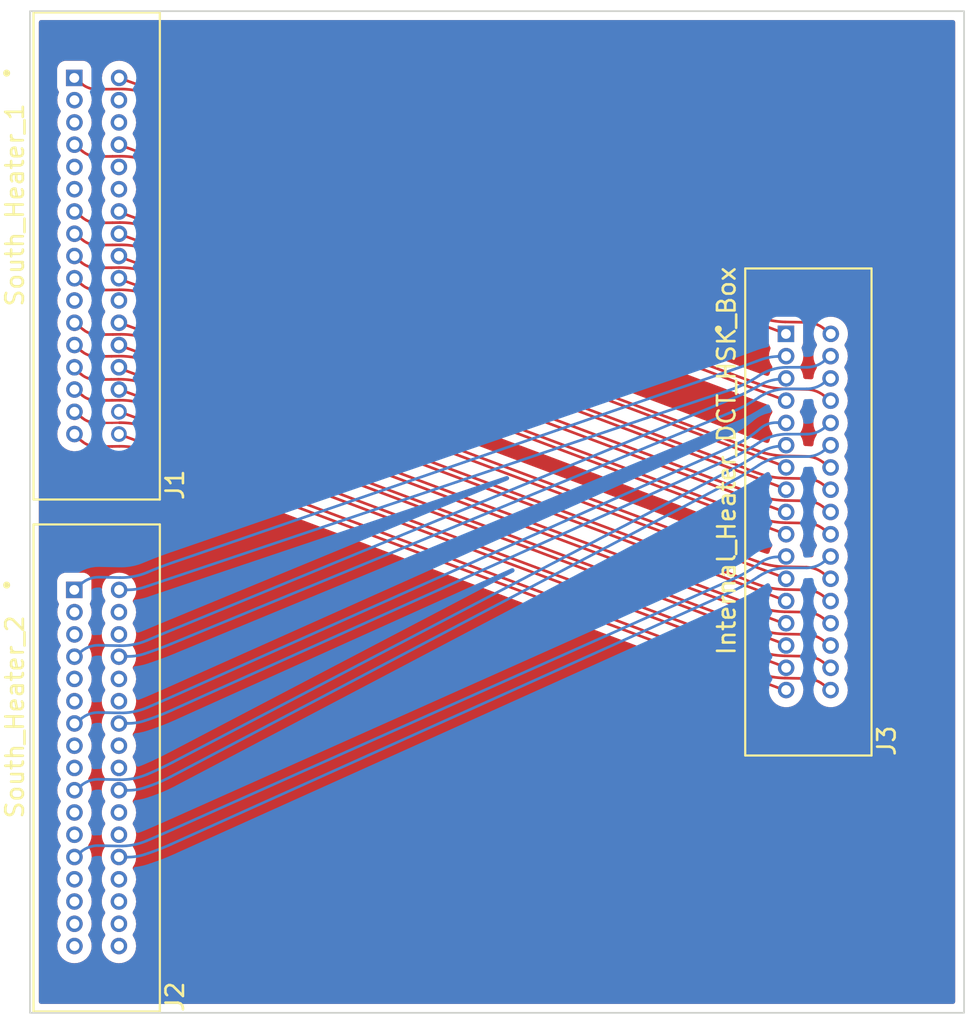
<source format=kicad_pcb>
(kicad_pcb (version 20211014) (generator pcbnew)
  (title_block (company "The Ohio State University"))
  (layers (0 "F.Cu" signal) (31 "B.Cu" signal) (34 "B.Paste" user) (35 "F.Paste" user) (36 "B.SilkS" user "B.Silkscreen") (37 "F.SilkS" user "F.Silkscreen") (38 "B.Mask" user) (39 "F.Mask" user) (44 "Edge.Cuts" user))
  (net 0 "")
  (net 1 "/HB_1")
  (net 2 "/HB_2")
  (net 7 "/HB_7")
  (net 8 "/HB_8")
  (net 13 "/HB_13")
  (net 14 "/HB_14")
  (net 15 "/HB_16")
  (net 16 "/HB_17")
  (net 17 "/HB_18")
  (net 18 "/HB_19")
  (net 19 "/HB_20")
  (net 22 "/HB_23")
  (net 23 "/HB_24")
  (net 24 "/HB_25")
  (net 25 "/HB_26")
  (net 26 "/HB_27")
  (net 27 "/HB_28")
  (net 28 "/HB_29")
  (net 29 "/HB_30")
  (net 30 "/HB_31")
  (net 31 "/HB_32")
  (net 32 "/HB_33")
  (net 33 "/HB_34")
  (net 34 "/HB_3")
  (net 35 "/HB_4")
  (net 40 "/HB_5")
  (net 41 "/HB_6")
  (net 46 "/HB_9")
  (net 47 "/HB_10")
  (net 52 "/HB_11")
  (net 53 "/HB_12")
  (net 58 "/HB_21")
  (net 59 "/HB_22")
  (net 68 "/HB_15")
  (footprint "HELIX:HELIX_DCT_ICDconnector34pin_corrected" (layer "F.Cu") (at 95.25 90.17 -90)
    (fp_text reference "J2" (at 13.0556 -4.4704 90) (layer "F.SilkS"))
    (fp_text value "South_Heater_2" (at -2.912532 4.6736 90) (layer "F.SilkS"))
    (fp_line (start 13.894 -3.607) (end 13.894 3.607) (layer "F.SilkS") (width 0.127))
    (fp_line (start -13.894 -3.607) (end 13.894 -3.607) (layer "F.SilkS") (width 0.127))
    (fp_line (start -13.894 3.607) (end -13.894 -3.607) (layer "F.SilkS") (width 0.127))
    (fp_line (start 13.894 3.607) (end -13.894 3.607) (layer "F.SilkS") (width 0.127))
    (fp_circle (center -10.43432 5.14152) (end -10.33432 5.14152) (layer "F.SilkS") (width 0.2) (fill none))
    (pad "1" thru_hole rect (at -10.16 1.28016 270) (size 0.9408 0.9408) (drill 0.56) (layers *.Cu *.Mask) (net 34 "/HB_3"))
    (pad "2" thru_hole circle (at -10.16 -1.28016 270) (size 0.9408 0.9408) (drill 0.56) (layers *.Cu *.Mask) (net 35 "/HB_4"))
    (pad "3" thru_hole circle (at -8.89 1.27 270) (size 0.9408 0.9408) (drill 0.56) (layers *.Cu *.Mask))
    (pad "4" thru_hole circle (at -8.89 -1.27 270) (size 0.9408 0.9408) (drill 0.56) (layers *.Cu *.Mask))
    (pad "5" thru_hole circle (at -7.62 1.27 270) (size 0.9408 0.9408) (drill 0.56) (layers *.Cu *.Mask))
    (pad "6" thru_hole circle (at -7.62 -1.27 270) (size 0.9408 0.9408) (drill 0.56) (layers *.Cu *.Mask))
    (pad "7" thru_hole circle (at -6.35 1.27 270) (size 0.9408 0.9408) (drill 0.56) (layers *.Cu *.Mask) (net 40 "/HB_5"))
    (pad "8" thru_hole circle (at -6.35 -1.27 270) (size 0.9408 0.9408) (drill 0.56) (layers *.Cu *.Mask) (net 41 "/HB_6"))
    (pad "9" thru_hole circle (at -5.08 1.27 270) (size 0.9408 0.9408) (drill 0.56) (layers *.Cu *.Mask))
    (pad "10" thru_hole circle (at -5.08 -1.27 270) (size 0.9408 0.9408) (drill 0.56) (layers *.Cu *.Mask))
    (pad "11" thru_hole circle (at -3.81 1.27 270) (size 0.9408 0.9408) (drill 0.56) (layers *.Cu *.Mask))
    (pad "12" thru_hole circle (at -3.81 -1.27 270) (size 0.9408 0.9408) (drill 0.56) (layers *.Cu *.Mask))
    (pad "13" thru_hole circle (at -2.54 1.27 270) (size 0.9408 0.9408) (drill 0.56) (layers *.Cu *.Mask) (net 46 "/HB_9"))
    (pad "14" thru_hole circle (at -2.54 -1.27 270) (size 0.9408 0.9408) (drill 0.56) (layers *.Cu *.Mask) (net 47 "/HB_10"))
    (pad "15" thru_hole circle (at -1.27 1.27 270) (size 0.9408 0.9408) (drill 0.56) (layers *.Cu *.Mask))
    (pad "16" thru_hole circle (at -1.27 -1.27 270) (size 0.9408 0.9408) (drill 0.56) (layers *.Cu *.Mask))
    (pad "17" thru_hole circle (at 0 1.27 270) (size 0.9408 0.9408) (drill 0.56) (layers *.Cu *.Mask))
    (pad "18" thru_hole circle (at 0 -1.27 270) (size 0.9408 0.9408) (drill 0.56) (layers *.Cu *.Mask))
    (pad "19" thru_hole circle (at 1.27 1.27 270) (size 0.9408 0.9408) (drill 0.56) (layers *.Cu *.Mask) (net 52 "/HB_11"))
    (pad "20" thru_hole circle (at 1.27 -1.27 270) (size 0.9408 0.9408) (drill 0.56) (layers *.Cu *.Mask) (net 53 "/HB_12"))
    (pad "21" thru_hole circle (at 2.54 1.27 270) (size 0.9408 0.9408) (drill 0.56) (layers *.Cu *.Mask))
    (pad "22" thru_hole circle (at 2.54 -1.27 270) (size 0.9408 0.9408) (drill 0.56) (layers *.Cu *.Mask))
    (pad "23" thru_hole circle (at 3.81 1.27 270) (size 0.9408 0.9408) (drill 0.56) (layers *.Cu *.Mask))
    (pad "24" thru_hole circle (at 3.81 -1.27 270) (size 0.9408 0.9408) (drill 0.56) (layers *.Cu *.Mask))
    (pad "25" thru_hole circle (at 5.08 1.27 270) (size 0.9408 0.9408) (drill 0.56) (layers *.Cu *.Mask) (net 58 "/HB_21"))
    (pad "26" thru_hole circle (at 5.08 -1.27 270) (size 0.9408 0.9408) (drill 0.56) (layers *.Cu *.Mask) (net 59 "/HB_22"))
    (pad "27" thru_hole circle (at 6.35 1.27 270) (size 0.9408 0.9408) (drill 0.56) (layers *.Cu *.Mask))
    (pad "28" thru_hole circle (at 6.35 -1.27 270) (size 0.9408 0.9408) (drill 0.56) (layers *.Cu *.Mask))
    (pad "29" thru_hole circle (at 7.62 1.27 270) (size 0.9408 0.9408) (drill 0.56) (layers *.Cu *.Mask))
    (pad "30" thru_hole circle (at 7.62 -1.27 270) (size 0.9408 0.9408) (drill 0.56) (layers *.Cu *.Mask))
    (pad "31" thru_hole circle (at 8.89 1.27 270) (size 0.9408 0.9408) (drill 0.56) (layers *.Cu *.Mask))
    (pad "32" thru_hole circle (at 8.89 -1.27 270) (size 0.9408 0.9408) (drill 0.56) (layers *.Cu *.Mask))
    (pad "33" thru_hole circle (at 10.16 1.27 270) (size 0.9408 0.9408) (drill 0.56) (layers *.Cu *.Mask))
    (pad "34" thru_hole circle (at 10.16 -1.27 270) (size 0.9408 0.9408) (drill 0.56) (layers *.Cu *.Mask))
  )
  (footprint "HELIX:HELIX_DCT_ICDconnector34pin_corrected" (layer "F.Cu") (at 135.89 75.565 -90)
    (fp_text reference "J3" (at 13.0556 -4.4704 90) (layer "F.SilkS"))
    (fp_text value "Internal_Heater_DCT_HSK_Box" (at -2.912532 4.6736 90) (layer "F.SilkS"))
    (fp_line (start 13.894 -3.607) (end 13.894 3.607) (layer "F.SilkS") (width 0.127))
    (fp_line (start -13.894 -3.607) (end 13.894 -3.607) (layer "F.SilkS") (width 0.127))
    (fp_line (start -13.894 3.607) (end -13.894 -3.607) (layer "F.SilkS") (width 0.127))
    (fp_line (start 13.894 3.607) (end -13.894 3.607) (layer "F.SilkS") (width 0.127))
    (fp_circle (center -10.43432 5.14152) (end -10.33432 5.14152) (layer "F.SilkS") (width 0.2) (fill none))
    (pad "1" thru_hole rect (at -10.16 1.28016 270) (size 0.9408 0.9408) (drill 0.56) (layers *.Cu *.Mask) (net 1 "/HB_1"))
    (pad "2" thru_hole circle (at -10.16 -1.28016 270) (size 0.9408 0.9408) (drill 0.56) (layers *.Cu *.Mask) (net 2 "/HB_2"))
    (pad "3" thru_hole circle (at -8.89 1.27 270) (size 0.9408 0.9408) (drill 0.56) (layers *.Cu *.Mask) (net 34 "/HB_3"))
    (pad "4" thru_hole circle (at -8.89 -1.27 270) (size 0.9408 0.9408) (drill 0.56) (layers *.Cu *.Mask) (net 35 "/HB_4"))
    (pad "5" thru_hole circle (at -7.62 1.27 270) (size 0.9408 0.9408) (drill 0.56) (layers *.Cu *.Mask) (net 40 "/HB_5"))
    (pad "6" thru_hole circle (at -7.62 -1.27 270) (size 0.9408 0.9408) (drill 0.56) (layers *.Cu *.Mask) (net 41 "/HB_6"))
    (pad "7" thru_hole circle (at -6.35 1.27 270) (size 0.9408 0.9408) (drill 0.56) (layers *.Cu *.Mask) (net 7 "/HB_7"))
    (pad "8" thru_hole circle (at -6.35 -1.27 270) (size 0.9408 0.9408) (drill 0.56) (layers *.Cu *.Mask) (net 8 "/HB_8"))
    (pad "9" thru_hole circle (at -5.08 1.27 270) (size 0.9408 0.9408) (drill 0.56) (layers *.Cu *.Mask) (net 46 "/HB_9"))
    (pad "10" thru_hole circle (at -5.08 -1.27 270) (size 0.9408 0.9408) (drill 0.56) (layers *.Cu *.Mask) (net 47 "/HB_10"))
    (pad "11" thru_hole circle (at -3.81 1.27 270) (size 0.9408 0.9408) (drill 0.56) (layers *.Cu *.Mask) (net 52 "/HB_11"))
    (pad "12" thru_hole circle (at -3.81 -1.27 270) (size 0.9408 0.9408) (drill 0.56) (layers *.Cu *.Mask) (net 53 "/HB_12"))
    (pad "13" thru_hole circle (at -2.54 1.27 270) (size 0.9408 0.9408) (drill 0.56) (layers *.Cu *.Mask) (net 13 "/HB_13"))
    (pad "14" thru_hole circle (at -2.54 -1.27 270) (size 0.9408 0.9408) (drill 0.56) (layers *.Cu *.Mask) (net 14 "/HB_14"))
    (pad "15" thru_hole circle (at -1.27 1.27 270) (size 0.9408 0.9408) (drill 0.56) (layers *.Cu *.Mask) (net 68 "/HB_15"))
    (pad "16" thru_hole circle (at -1.27 -1.27 270) (size 0.9408 0.9408) (drill 0.56) (layers *.Cu *.Mask) (net 15 "/HB_16"))
    (pad "17" thru_hole circle (at 0 1.27 270) (size 0.9408 0.9408) (drill 0.56) (layers *.Cu *.Mask) (net 16 "/HB_17"))
    (pad "18" thru_hole circle (at 0 -1.27 270) (size 0.9408 0.9408) (drill 0.56) (layers *.Cu *.Mask) (net 17 "/HB_18"))
    (pad "19" thru_hole circle (at 1.27 1.27 270) (size 0.9408 0.9408) (drill 0.56) (layers *.Cu *.Mask) (net 18 "/HB_19"))
    (pad "20" thru_hole circle (at 1.27 -1.27 270) (size 0.9408 0.9408) (drill 0.56) (layers *.Cu *.Mask) (net 19 "/HB_20"))
    (pad "21" thru_hole circle (at 2.54 1.27 270) (size 0.9408 0.9408) (drill 0.56) (layers *.Cu *.Mask) (net 58 "/HB_21"))
    (pad "22" thru_hole circle (at 2.54 -1.27 270) (size 0.9408 0.9408) (drill 0.56) (layers *.Cu *.Mask) (net 59 "/HB_22"))
    (pad "23" thru_hole circle (at 3.81 1.27 270) (size 0.9408 0.9408) (drill 0.56) (layers *.Cu *.Mask) (net 22 "/HB_23"))
    (pad "24" thru_hole circle (at 3.81 -1.27 270) (size 0.9408 0.9408) (drill 0.56) (layers *.Cu *.Mask) (net 23 "/HB_24"))
    (pad "25" thru_hole circle (at 5.08 1.27 270) (size 0.9408 0.9408) (drill 0.56) (layers *.Cu *.Mask) (net 24 "/HB_25"))
    (pad "26" thru_hole circle (at 5.08 -1.27 270) (size 0.9408 0.9408) (drill 0.56) (layers *.Cu *.Mask) (net 25 "/HB_26"))
    (pad "27" thru_hole circle (at 6.35 1.27 270) (size 0.9408 0.9408) (drill 0.56) (layers *.Cu *.Mask) (net 26 "/HB_27"))
    (pad "28" thru_hole circle (at 6.35 -1.27 270) (size 0.9408 0.9408) (drill 0.56) (layers *.Cu *.Mask) (net 27 "/HB_28"))
    (pad "29" thru_hole circle (at 7.62 1.27 270) (size 0.9408 0.9408) (drill 0.56) (layers *.Cu *.Mask) (net 28 "/HB_29"))
    (pad "30" thru_hole circle (at 7.62 -1.27 270) (size 0.9408 0.9408) (drill 0.56) (layers *.Cu *.Mask) (net 29 "/HB_30"))
    (pad "31" thru_hole circle (at 8.89 1.27 270) (size 0.9408 0.9408) (drill 0.56) (layers *.Cu *.Mask) (net 30 "/HB_31"))
    (pad "32" thru_hole circle (at 8.89 -1.27 270) (size 0.9408 0.9408) (drill 0.56) (layers *.Cu *.Mask) (net 31 "/HB_32"))
    (pad "33" thru_hole circle (at 10.16 1.27 270) (size 0.9408 0.9408) (drill 0.56) (layers *.Cu *.Mask) (net 32 "/HB_33"))
    (pad "34" thru_hole circle (at 10.16 -1.27 270) (size 0.9408 0.9408) (drill 0.56) (layers *.Cu *.Mask) (net 33 "/HB_34"))
  )
  (footprint "HELIX:HELIX_DCT_ICDconnector34pin_corrected" (layer "F.Cu") (at 95.25 60.96 -90)
    (fp_text reference "J1" (at 13.0556 -4.4704 90) (layer "F.SilkS"))
    (fp_text value "South_Heater_1" (at -2.912532 4.6736 90) (layer "F.SilkS"))
    (fp_line (start -13.894 3.607) (end -13.894 -3.607) (layer "F.SilkS") (width 0.127))
    (fp_line (start 13.894 -3.607) (end 13.894 3.607) (layer "F.SilkS") (width 0.127))
    (fp_line (start -13.894 -3.607) (end 13.894 -3.607) (layer "F.SilkS") (width 0.127))
    (fp_line (start 13.894 3.607) (end -13.894 3.607) (layer "F.SilkS") (width 0.127))
    (fp_circle (center -10.43432 5.14152) (end -10.33432 5.14152) (layer "F.SilkS") (width 0.2) (fill none))
    (pad "1" thru_hole rect (at -10.16 1.28016 270) (size 0.9408 0.9408) (drill 0.56) (layers *.Cu *.Mask) (net 1 "/HB_1"))
    (pad "2" thru_hole circle (at -10.16 -1.28016 270) (size 0.9408 0.9408) (drill 0.56) (layers *.Cu *.Mask) (net 2 "/HB_2"))
    (pad "3" thru_hole circle (at -8.89 1.27 270) (size 0.9408 0.9408) (drill 0.56) (layers *.Cu *.Mask))
    (pad "4" thru_hole circle (at -8.89 -1.27 270) (size 0.9408 0.9408) (drill 0.56) (layers *.Cu *.Mask))
    (pad "5" thru_hole circle (at -7.62 1.27 270) (size 0.9408 0.9408) (drill 0.56) (layers *.Cu *.Mask))
    (pad "6" thru_hole circle (at -7.62 -1.27 270) (size 0.9408 0.9408) (drill 0.56) (layers *.Cu *.Mask))
    (pad "7" thru_hole circle (at -6.35 1.27 270) (size 0.9408 0.9408) (drill 0.56) (layers *.Cu *.Mask) (net 7 "/HB_7"))
    (pad "8" thru_hole circle (at -6.35 -1.27 270) (size 0.9408 0.9408) (drill 0.56) (layers *.Cu *.Mask) (net 8 "/HB_8"))
    (pad "9" thru_hole circle (at -5.08 1.27 270) (size 0.9408 0.9408) (drill 0.56) (layers *.Cu *.Mask))
    (pad "10" thru_hole circle (at -5.08 -1.27 270) (size 0.9408 0.9408) (drill 0.56) (layers *.Cu *.Mask))
    (pad "11" thru_hole circle (at -3.81 1.27 270) (size 0.9408 0.9408) (drill 0.56) (layers *.Cu *.Mask))
    (pad "12" thru_hole circle (at -3.81 -1.27 270) (size 0.9408 0.9408) (drill 0.56) (layers *.Cu *.Mask))
    (pad "13" thru_hole circle (at -2.54 1.27 270) (size 0.9408 0.9408) (drill 0.56) (layers *.Cu *.Mask) (net 13 "/HB_13"))
    (pad "14" thru_hole circle (at -2.54 -1.27 270) (size 0.9408 0.9408) (drill 0.56) (layers *.Cu *.Mask) (net 14 "/HB_14"))
    (pad "15" thru_hole circle (at -1.27 1.27 270) (size 0.9408 0.9408) (drill 0.56) (layers *.Cu *.Mask) (net 68 "/HB_15"))
    (pad "16" thru_hole circle (at -1.27 -1.27 270) (size 0.9408 0.9408) (drill 0.56) (layers *.Cu *.Mask) (net 15 "/HB_16"))
    (pad "17" thru_hole circle (at 0 1.27 270) (size 0.9408 0.9408) (drill 0.56) (layers *.Cu *.Mask) (net 16 "/HB_17"))
    (pad "18" thru_hole circle (at 0 -1.27 270) (size 0.9408 0.9408) (drill 0.56) (layers *.Cu *.Mask) (net 17 "/HB_18"))
    (pad "19" thru_hole circle (at 1.27 1.27 270) (size 0.9408 0.9408) (drill 0.56) (layers *.Cu *.Mask) (net 18 "/HB_19"))
    (pad "20" thru_hole circle (at 1.27 -1.27 270) (size 0.9408 0.9408) (drill 0.56) (layers *.Cu *.Mask) (net 19 "/HB_20"))
    (pad "21" thru_hole circle (at 2.54 1.27 270) (size 0.9408 0.9408) (drill 0.56) (layers *.Cu *.Mask))
    (pad "22" thru_hole circle (at 2.54 -1.27 270) (size 0.9408 0.9408) (drill 0.56) (layers *.Cu *.Mask))
    (pad "23" thru_hole circle (at 3.81 1.27 270) (size 0.9408 0.9408) (drill 0.56) (layers *.Cu *.Mask) (net 22 "/HB_23"))
    (pad "24" thru_hole circle (at 3.81 -1.27 270) (size 0.9408 0.9408) (drill 0.56) (layers *.Cu *.Mask) (net 23 "/HB_24"))
    (pad "25" thru_hole circle (at 5.08 1.27 270) (size 0.9408 0.9408) (drill 0.56) (layers *.Cu *.Mask) (net 24 "/HB_25"))
    (pad "26" thru_hole circle (at 5.08 -1.27 270) (size 0.9408 0.9408) (drill 0.56) (layers *.Cu *.Mask) (net 25 "/HB_26"))
    (pad "27" thru_hole circle (at 6.35 1.27 270) (size 0.9408 0.9408) (drill 0.56) (layers *.Cu *.Mask) (net 26 "/HB_27"))
    (pad "28" thru_hole circle (at 6.35 -1.27 270) (size 0.9408 0.9408) (drill 0.56) (layers *.Cu *.Mask) (net 27 "/HB_28"))
    (pad "29" thru_hole circle (at 7.62 1.27 270) (size 0.9408 0.9408) (drill 0.56) (layers *.Cu *.Mask) (net 28 "/HB_29"))
    (pad "30" thru_hole circle (at 7.62 -1.27 270) (size 0.9408 0.9408) (drill 0.56) (layers *.Cu *.Mask) (net 29 "/HB_30"))
    (pad "31" thru_hole circle (at 8.89 1.27 270) (size 0.9408 0.9408) (drill 0.56) (layers *.Cu *.Mask) (net 30 "/HB_31"))
    (pad "32" thru_hole circle (at 8.89 -1.27 270) (size 0.89 0.89) (drill 0.56) (layers *.Cu *.Mask) (net 31 "/HB_32"))
    (pad "33" thru_hole circle (at 10.16 1.27 270) (size 0.9408 0.9408) (drill 0.56) (layers *.Cu *.Mask) (net 32 "/HB_33"))
    (pad "34" thru_hole circle (at 10.16 -1.27 270) (size 0.89 0.89) (drill 0.56) (layers *.Cu *.Mask) (net 33 "/HB_34"))
  )
  (gr_rect (start 91.44 46.99) (end 144.78 104.14) (layer "Edge.Cuts") (width 0.1) (fill none))
  (segment (start 99.64195 52.26656) (end 134.60984 65.405) (width 0.1524) (layer "F.Cu") (net 1))
  (segment (start 96.126248 51.440965) (end 96.546684 51.434595) (width 0.1524) (layer "F.Cu") (net 1))
  (segment (start 94.442523 51.174046) (end 93.98 50.8127) (width 0.1524) (layer "F.Cu") (net 1))
  (arc (start 96.126248 51.440965) (mid 95.681786 51.446016) (end 95.2373 51.4477) (width 0.1524) (layer "F.Cu") (net 1))
  (arc (start 94.442523 51.174046) (mid 94.817015 51.37737) (end 95.2373 51.4477) (width 0.1524) (layer "F.Cu") (net 1))
  (arc (start 98.1202 51.7017) (mid 97.345716 51.495839) (end 96.546684 51.434595) (width 0.1524) (layer "F.Cu") (net 1))
  (arc (start 98.1202 51.7017) (mid 98.881637 51.982615) (end 99.64195 52.26656) (width 0.1524) (layer "F.Cu") (net 1))
  (segment (start 97.69348 51.2191) (end 96.53016 50.8) (width 0.1524) (layer "F.Cu") (net 2))
  (segment (start 134.565038 64.722164) (end 135.796118 64.746786) (width 0.1524) (layer "F.Cu") (net 2))
  (segment (start 136.7409 65.0748) (end 137.16 65.3923) (width 0.1524) (layer "F.Cu") (net 2))
  (segment (start 100.014544 52.072464) (end 132.3086 64.1858) (width 0.1524) (layer "F.Cu") (net 2))
  (segment (start 133.0452 64.4398) (end 132.3086 64.1731) (width 0.1524) (layer "F.Cu") (net 2))
  (arc (start 135.796118 64.746786) (mid 136.294486 64.835971) (end 136.7409 65.0748) (width 0.1524) (layer "F.Cu") (net 2))
  (arc (start 133.0452 64.4398) (mid 133.793537 64.643318) (end 134.565038 64.722164) (width 0.1524) (layer "F.Cu") (net 2))
  (arc (start 97.69348 51.2191) (mid 98.855405 51.641991) (end 100.014544 52.072464) (width 0.1524) (layer "F.Cu") (net 2))
  (segment (start 94.467923 55.009446) (end 94.0054 54.6481) (width 0.1524) (layer "F.Cu") (net 7))
  (segment (start 99.667488 56.101593) (end 134.62 69.215) (width 0.1524) (layer "F.Cu") (net 7))
  (segment (start 96.151648 55.276365) (end 96.572084 55.269995) (width 0.1524) (layer "F.Cu") (net 7))
  (arc (start 98.1456 55.5371) (mid 97.371116 55.331239) (end 96.572084 55.269995) (width 0.1524) (layer "F.Cu") (net 7))
  (arc (start 98.1456 55.5371) (mid 98.907071 55.817923) (end 99.667488 56.101593) (width 0.1524) (layer "F.Cu") (net 7))
  (arc (start 96.151648 55.276365) (mid 95.707186 55.281416) (end 95.2627 55.2831) (width 0.1524) (layer "F.Cu") (net 7))
  (arc (start 94.467923 55.009446) (mid 94.842415 55.21277) (end 95.2627 55.2831) (width 0.1524) (layer "F.Cu") (net 7))
  (segment (start 131.574923 67.721158) (end 100.02338 55.910292) (width 0.1524) (layer "F.Cu") (net 8))
  (segment (start 136.7409 68.8975) (end 137.16 69.215) (width 0.1524) (layer "F.Cu") (net 8))
  (segment (start 97.6884 55.0418) (end 96.52 54.61) (width 0.1524) (layer "F.Cu") (net 8))
  (segment (start 134.565038 68.544864) (end 135.796118 68.569486) (width 0.1524) (layer "F.Cu") (net 8))
  (arc (start 135.796118 68.569486) (mid 136.294486 68.658671) (end 136.7409 68.8975) (width 0.1524) (layer "F.Cu") (net 8))
  (arc (start 133.0452 68.2625) (mid 133.793537 68.466018) (end 134.565038 68.544864) (width 0.1524) (layer "F.Cu") (net 8))
  (arc (start 97.6884 55.0418) (mid 98.856344 55.474823) (end 100.02338 55.910292) (width 0.1524) (layer "F.Cu") (net 8))
  (arc (start 131.574923 67.721158) (mid 132.30933 67.993814) (end 133.0452 68.2625) (width 0.1524) (layer "F.Cu") (net 8))
  (segment (start 98.8822 59.5884) (end 134.5946 72.9869) (width 0.1524) (layer "F.Cu") (net 13))
  (segment (start 96.151648 59.060965) (end 96.572084 59.054595) (width 0.1524) (layer "F.Cu") (net 13))
  (segment (start 98.1456 59.3217) (end 98.9076 59.6011) (width 0.1524) (layer "F.Cu") (net 13))
  (segment (start 94.467923 58.794046) (end 94.0054 58.4327) (width 0.1524) (layer "F.Cu") (net 13))
  (arc (start 98.1456 59.3217) (mid 97.371116 59.115839) (end 96.572084 59.054595) (width 0.1524) (layer "F.Cu") (net 13))
  (arc (start 96.151648 59.060965) (mid 95.707186 59.066016) (end 95.2627 59.0677) (width 0.1524) (layer "F.Cu") (net 13))
  (arc (start 94.467923 58.794046) (mid 94.842415 58.99737) (end 95.2627 59.0677) (width 0.1524) (layer "F.Cu") (net 13))
  (segment (start 133.0198 72.0852) (end 132.2832 71.8185) (width 0.1524) (layer "F.Cu") (net 14))
  (segment (start 134.539638 72.367564) (end 135.770718 72.392186) (width 0.1524) (layer "F.Cu") (net 14))
  (segment (start 97.6884 58.8772) (end 96.52 58.4454) (width 0.1524) (layer "F.Cu") (net 14))
  (segment (start 100.02338 59.745692) (end 132.3086 71.8312) (width 0.1524) (layer "F.Cu") (net 14))
  (segment (start 136.7155 72.7202) (end 137.1346 73.0377) (width 0.1524) (layer "F.Cu") (net 14))
  (arc (start 97.6884 58.8772) (mid 98.856344 59.310223) (end 100.02338 59.745692) (width 0.1524) (layer "F.Cu") (net 14))
  (arc (start 135.770718 72.392186) (mid 136.269086 72.481371) (end 136.7155 72.7202) (width 0.1524) (layer "F.Cu") (net 14))
  (arc (start 133.0198 72.0852) (mid 133.768137 72.288718) (end 134.539638 72.367564) (width 0.1524) (layer "F.Cu") (net 14))
  (segment (start 133.0198 73.3552) (end 132.2832 73.0885) (width 0.1524) (layer "F.Cu") (net 15))
  (segment (start 96.5708 59.7154) (end 98.9076 60.579) (width 0.1524) (layer "F.Cu") (net 15))
  (segment (start 136.7155 73.9902) (end 137.1346 74.3077) (width 0.1524) (layer "F.Cu") (net 15))
  (segment (start 98.8568 60.5536) (end 132.3086 73.0758) (width 0.1524) (layer "F.Cu") (net 15))
  (segment (start 134.539638 73.637564) (end 135.770718 73.662186) (width 0.1524) (layer "F.Cu") (net 15))
  (arc (start 135.770718 73.662186) (mid 136.269086 73.751371) (end 136.7155 73.9902) (width 0.1524) (layer "F.Cu") (net 15))
  (arc (start 133.0198 73.3552) (mid 133.768137 73.558718) (end 134.539638 73.637564) (width 0.1524) (layer "F.Cu") (net 15))
  (segment (start 98.0948 61.8871) (end 98.8568 62.1665) (width 0.1524) (layer "F.Cu") (net 16))
  (segment (start 98.8568 62.1792) (end 134.5692 75.5777) (width 0.1524) (layer "F.Cu") (net 16))
  (segment (start 96.100848 61.626365) (end 96.521284 61.619995) (width 0.1524) (layer "F.Cu") (net 16))
  (segment (start 94.417123 61.359446) (end 93.9546 60.9981) (width 0.1524) (layer "F.Cu") (net 16))
  (arc (start 94.417123 61.359446) (mid 94.791615 61.56277) (end 95.2119 61.6331) (width 0.1524) (layer "F.Cu") (net 16))
  (arc (start 96.100848 61.626365) (mid 95.656386 61.631416) (end 95.2119 61.6331) (width 0.1524) (layer "F.Cu") (net 16))
  (arc (start 98.0948 61.8871) (mid 97.320316 61.681239) (end 96.521284 61.619995) (width 0.1524) (layer "F.Cu") (net 16))
  (segment (start 134.539638 74.907564) (end 135.770718 74.932186) (width 0.1524) (layer "F.Cu") (net 17))
  (segment (start 136.7155 75.2602) (end 137.1346 75.5777) (width 0.1524) (layer "F.Cu") (net 17))
  (segment (start 96.5708 61.0108) (end 98.9076 61.8744) (width 0.1524) (layer "F.Cu") (net 17))
  (segment (start 133.0198 74.6252) (end 132.2832 74.3585) (width 0.1524) (layer "F.Cu") (net 17))
  (segment (start 98.8568 61.849) (end 132.3086 74.3712) (width 0.1524) (layer "F.Cu") (net 17))
  (arc (start 135.770718 74.932186) (mid 136.269086 75.021371) (end 136.7155 75.2602) (width 0.1524) (layer "F.Cu") (net 17))
  (arc (start 133.0198 74.6252) (mid 133.768137 74.828718) (end 134.539638 74.907564) (width 0.1524) (layer "F.Cu") (net 17))
  (segment (start 98.8568 63.4238) (end 134.5692 76.8223) (width 0.1524) (layer "F.Cu") (net 18))
  (segment (start 96.126248 62.896365) (end 96.546684 62.889995) (width 0.1524) (layer "F.Cu") (net 18))
  (segment (start 94.442523 62.629446) (end 93.98 62.2681) (width 0.1524) (layer "F.Cu") (net 18))
  (segment (start 98.1202 63.1571) (end 98.8822 63.4365) (width 0.1524) (layer "F.Cu") (net 18))
  (arc (start 98.1202 63.1571) (mid 97.345716 62.951239) (end 96.546684 62.889995) (width 0.1524) (layer "F.Cu") (net 18))
  (arc (start 94.442523 62.629446) (mid 94.817015 62.83277) (end 95.2373 62.9031) (width 0.1524) (layer "F.Cu") (net 18))
  (arc (start 96.126248 62.896365) (mid 95.681786 62.901416) (end 95.2373 62.9031) (width 0.1524) (layer "F.Cu") (net 18))
  (segment (start 136.7409 76.5302) (end 137.16 76.8477) (width 0.1524) (layer "F.Cu") (net 19))
  (segment (start 133.0452 75.8952) (end 132.3086 75.6285) (width 0.1524) (layer "F.Cu") (net 19))
  (segment (start 134.565038 76.177564) (end 135.796118 76.202186) (width 0.1524) (layer "F.Cu") (net 19))
  (segment (start 96.5708 62.2808) (end 98.9076 63.1444) (width 0.1524) (layer "F.Cu") (net 19))
  (segment (start 98.8568 63.119) (end 132.3086 75.6412) (width 0.1524) (layer "F.Cu") (net 19))
  (arc (start 133.0452 75.8952) (mid 133.793537 76.098718) (end 134.565038 76.177564) (width 0.1524) (layer "F.Cu") (net 19))
  (arc (start 135.796118 76.202186) (mid 136.294486 76.291371) (end 136.7409 76.5302) (width 0.1524) (layer "F.Cu") (net 19))
  (segment (start 94.493323 65.169446) (end 94.0308 64.8081) (width 0.1524) (layer "F.Cu") (net 22))
  (segment (start 98.171 65.6971) (end 98.933 65.9765) (width 0.1524) (layer "F.Cu") (net 22))
  (segment (start 96.597484 65.429995) (end 96.177048 65.436365) (width 0.1524) (layer "F.Cu") (net 22))
  (segment (start 98.8568 65.9384) (end 134.5692 79.3369) (width 0.1524) (layer "F.Cu") (net 22))
  (arc (start 98.171 65.6971) (mid 97.396516 65.491239) (end 96.597484 65.429995) (width 0.1524) (layer "F.Cu") (net 22))
  (arc (start 94.493323 65.169446) (mid 94.867815 65.37277) (end 95.2881 65.4431) (width 0.1524) (layer "F.Cu") (net 22))
  (arc (start 96.177048 65.436365) (mid 95.732586 65.441416) (end 95.2881 65.4431) (width 0.1524) (layer "F.Cu") (net 22))
  (segment (start 136.7155 79.0448) (end 137.1346 79.3623) (width 0.1524) (layer "F.Cu") (net 23))
  (segment (start 134.539638 78.692164) (end 135.770718 78.716786) (width 0.1524) (layer "F.Cu") (net 23))
  (segment (start 133.0198 78.4098) (end 132.2832 78.1431) (width 0.1524) (layer "F.Cu") (net 23))
  (segment (start 96.5708 64.77) (end 98.9076 65.6336) (width 0.1524) (layer "F.Cu") (net 23))
  (segment (start 98.8568 65.6082) (end 132.3086 78.1304) (width 0.1524) (layer "F.Cu") (net 23))
  (arc (start 135.770718 78.716786) (mid 136.269086 78.805971) (end 136.7155 79.0448) (width 0.1524) (layer "F.Cu") (net 23))
  (arc (start 133.0198 78.4098) (mid 133.768137 78.613318) (end 134.539638 78.692164) (width 0.1524) (layer "F.Cu") (net 23))
  (segment (start 98.0948 66.9417) (end 98.8568 67.2211) (width 0.1524) (layer "F.Cu") (net 24))
  (segment (start 96.100848 66.680965) (end 96.521284 66.674595) (width 0.1524) (layer "F.Cu") (net 24))
  (segment (start 94.417123 66.414046) (end 93.9546 66.0527) (width 0.1524) (layer "F.Cu") (net 24))
  (segment (start 98.8314 67.2084) (end 134.5438 80.6069) (width 0.1524) (layer "F.Cu") (net 24))
  (arc (start 94.417123 66.414046) (mid 94.791615 66.61737) (end 95.2119 66.6877) (width 0.1524) (layer "F.Cu") (net 24))
  (arc (start 98.0948 66.9417) (mid 97.320316 66.735839) (end 96.521284 66.674595) (width 0.1524) (layer "F.Cu") (net 24))
  (arc (start 96.100848 66.680965) (mid 95.656386 66.686016) (end 95.2119 66.6877) (width 0.1524) (layer "F.Cu") (net 24))
  (segment (start 136.7155 80.3402) (end 137.1346 80.6577) (width 0.1524) (layer "F.Cu") (net 25))
  (segment (start 98.8568 66.9036) (end 132.3086 79.4258) (width 0.1524) (layer "F.Cu") (net 25))
  (segment (start 133.0198 79.7052) (end 132.2832 79.4385) (width 0.1524) (layer "F.Cu") (net 25))
  (segment (start 96.5708 66.0654) (end 98.9076 66.929) (width 0.1524) (layer "F.Cu") (net 25))
  (segment (start 134.539638 79.987564) (end 135.770718 80.012186) (width 0.1524) (layer "F.Cu") (net 25))
  (arc (start 135.770718 80.012186) (mid 136.269086 80.101371) (end 136.7155 80.3402) (width 0.1524) (layer "F.Cu") (net 25))
  (arc (start 133.0198 79.7052) (mid 133.768137 79.908718) (end 134.539638 79.987564) (width 0.1524) (layer "F.Cu") (net 25))
  (segment (start 98.0694 68.2625) (end 98.8314 68.5419) (width 0.1524) (layer "F.Cu") (net 26))
  (segment (start 98.8568 68.5546) (end 134.5692 81.9531) (width 0.1524) (layer "F.Cu") (net 26))
  (segment (start 96.495884 67.995395) (end 96.075448 68.001765) (width 0.1524) (layer "F.Cu") (net 26))
  (segment (start 94.391723 67.734846) (end 93.9292 67.3735) (width 0.1524) (layer "F.Cu") (net 26))
  (arc (start 98.0694 68.2625) (mid 97.294916 68.056639) (end 96.495884 67.995395) (width 0.1524) (layer "F.Cu") (net 26))
  (arc (start 94.391723 67.734846) (mid 94.766215 67.93817) (end 95.1865 68.0085) (width 0.1524) (layer "F.Cu") (net 26))
  (arc (start 96.075448 68.001765) (mid 95.630986 68.006816) (end 95.1865 68.0085) (width 0.1524) (layer "F.Cu") (net 26))
  (segment (start 133.0198 80.9752) (end 132.2832 80.7085) (width 0.1524) (layer "F.Cu") (net 27))
  (segment (start 97.6884 67.7926) (end 96.52 67.3608) (width 0.1524) (layer "F.Cu") (net 27))
  (segment (start 100.02338 68.661092) (end 132.3086 80.7466) (width 0.1524) (layer "F.Cu") (net 27))
  (segment (start 136.7155 81.6102) (end 137.1346 81.9277) (width 0.1524) (layer "F.Cu") (net 27))
  (segment (start 134.539638 81.257564) (end 135.770718 81.282186) (width 0.1524) (layer "F.Cu") (net 27))
  (arc (start 133.0198 80.9752) (mid 133.768137 81.178718) (end 134.539638 81.257564) (width 0.1524) (layer "F.Cu") (net 27))
  (arc (start 97.6884 67.7926) (mid 98.856344 68.225623) (end 100.02338 68.661092) (width 0.1524) (layer "F.Cu") (net 27))
  (arc (start 135.770718 81.282186) (mid 136.269086 81.371371) (end 136.7155 81.6102) (width 0.1524) (layer "F.Cu") (net 27))
  (segment (start 98.1202 69.4563) (end 98.8822 69.7357) (width 0.1524) (layer "F.Cu") (net 28))
  (segment (start 96.126248 69.195565) (end 96.546684 69.189195) (width 0.1524) (layer "F.Cu") (net 28))
  (segment (start 94.442523 68.928646) (end 93.98 68.5673) (width 0.1524) (layer "F.Cu") (net 28))
  (segment (start 98.8568 69.723) (end 134.5692 83.1215) (width 0.1524) (layer "F.Cu") (net 28))
  (arc (start 94.442523 68.928646) (mid 94.817015 69.13197) (end 95.2373 69.2023) (width 0.1524) (layer "F.Cu") (net 28))
  (arc (start 96.126248 69.195565) (mid 95.681786 69.200616) (end 95.2373 69.2023) (width 0.1524) (layer "F.Cu") (net 28))
  (arc (start 98.1202 69.4563) (mid 97.345716 69.250439) (end 96.546684 69.189195) (width 0.1524) (layer "F.Cu") (net 28))
  (segment (start 98.8568 69.4182) (end 132.3086 81.9404) (width 0.1524) (layer "F.Cu") (net 29))
  (segment (start 136.7155 82.8802) (end 137.1346 83.1977) (width 0.1524) (layer "F.Cu") (net 29))
  (segment (start 96.5708 68.58) (end 98.9076 69.4436) (width 0.1524) (layer "F.Cu") (net 29))
  (segment (start 133.0198 82.2452) (end 132.2832 81.9785) (width 0.1524) (layer "F.Cu") (net 29))
  (segment (start 134.539638 82.527564) (end 135.770718 82.552186) (width 0.1524) (layer "F.Cu") (net 29))
  (arc (start 133.0198 82.2452) (mid 133.768137 82.448718) (end 134.539638 82.527564) (width 0.1524) (layer "F.Cu") (net 29))
  (arc (start 135.770718 82.552186) (mid 136.269086 82.641371) (end 136.7155 82.8802) (width 0.1524) (layer "F.Cu") (net 29))
  (segment (start 98.1202 70.739) (end 98.8822 71.0184) (width 0.1524) (layer "F.Cu") (net 30))
  (segment (start 96.126248 70.478265) (end 96.546684 70.471895) (width 0.127) (layer "F.Cu") (net 30))
  (segment (start 94.442523 70.211346) (end 93.98 69.85) (width 0.1524) (layer "F.Cu") (net 30))
  (segment (start 98.8568 71.0184) (end 134.5692 84.4169) (width 0.1524) (layer "F.Cu") (net 30))
  (arc (start 96.126248 70.478265) (mid 95.681786 70.483316) (end 95.2373 70.485) (width 0.127) (layer "F.Cu") (net 30))
  (arc (start 98.1202 70.739) (mid 97.345716 70.533139) (end 96.546684 70.471895) (width 0.1524) (layer "F.Cu") (net 30))
  (arc (start 94.442523 70.211346) (mid 94.817015 70.41467) (end 95.2373 70.485) (width 0.1524) (layer "F.Cu") (net 30))
  (segment (start 98.8568 70.6882) (end 132.3086 83.2104) (width 0.1524) (layer "F.Cu") (net 31))
  (segment (start 133.0198 83.4898) (end 132.2832 83.2231) (width 0.1524) (layer "F.Cu") (net 31))
  (segment (start 96.5708 69.85) (end 98.9076 70.7136) (width 0.1524) (layer "F.Cu") (net 31))
  (segment (start 134.539638 83.772164) (end 135.770718 83.796786) (width 0.1524) (layer "F.Cu") (net 31))
  (segment (start 136.7155 84.1248) (end 137.1346 84.4423) (width 0.1524) (layer "F.Cu") (net 31))
  (arc (start 133.0198 83.4898) (mid 133.768137 83.693318) (end 134.539638 83.772164) (width 0.1524) (layer "F.Cu") (net 31))
  (arc (start 135.770718 83.796786) (mid 136.269086 83.885971) (end 136.7155 84.1248) (width 0.1524) (layer "F.Cu") (net 31))
  (segment (start 98.8314 72.3392) (end 134.5438 85.7377) (width 0.1524) (layer "F.Cu") (net 32))
  (segment (start 96.126248 71.824465) (end 96.546684 71.818095) (width 0.1524) (layer "F.Cu") (net 32))
  (segment (start 98.1202 72.0852) (end 98.8822 72.3646) (width 0.1524) (layer "F.Cu") (net 32))
  (segment (start 94.442523 71.557546) (end 93.98 71.1962) (width 0.1524) (layer "F.Cu") (net 32))
  (arc (start 96.126248 71.824465) (mid 95.681786 71.829516) (end 95.2373 71.8312) (width 0.1524) (layer "F.Cu") (net 32))
  (arc (start 94.442523 71.557546) (mid 94.817015 71.76087) (end 95.2373 71.8312) (width 0.1524) (layer "F.Cu") (net 32))
  (arc (start 98.1202 72.0852) (mid 97.345716 71.879339) (end 96.546684 71.818095) (width 0.1524) (layer "F.Cu") (net 32))
  (segment (start 98.8314 71.9836) (end 132.2832 84.5058) (width 0.1524) (layer "F.Cu") (net 33))
  (segment (start 96.5708 71.1454) (end 98.9076 72.009) (width 0.1524) (layer "F.Cu") (net 33))
  (segment (start 136.7155 85.3948) (end 137.1346 85.7123) (width 0.1524) (layer "F.Cu") (net 33))
  (segment (start 134.539638 85.042164) (end 135.770718 85.066786) (width 0.1524) (layer "F.Cu") (net 33))
  (segment (start 133.0198 84.7598) (end 132.2832 84.4931) (width 0.1524) (layer "F.Cu") (net 33))
  (arc (start 135.770718 85.066786) (mid 136.269086 85.155971) (end 136.7155 85.3948) (width 0.1524) (layer "F.Cu") (net 33))
  (arc (start 133.0198 84.7598) (mid 133.768137 84.963318) (end 134.539638 85.042164) (width 0.1524) (layer "F.Cu") (net 33))
  (segment (start 133.165001 66.88061) (end 132.935 66.965) (width 0.1524) (layer "B.Cu") (net 34))
  (segment (start 96.582671 79.307927) (end 95.389744 79.284068) (width 0.1524) (layer "B.Cu") (net 34))
  (segment (start 99.664443 78.424512) (end 131.539948 67.460785) (width 0.1524) (layer "B.Cu") (net 34))
  (segment (start 134.125 66.6925) (end 134.62 66.675) (width 0.1524) (layer "B.Cu") (net 34))
  (segment (start 94.4372 79.6036) (end 94.0181 79.9338) (width 0.1524) (layer "B.Cu") (net 34))
  (arc (start 132.935 66.965) (mid 132.238736 67.216446) (end 131.539948 67.460785) (width 0.1524) (layer "B.Cu") (net 34))
  (arc (start 99.664443 78.424512) (mid 98.899962 78.702406) (end 98.1456 79.0067) (width 0.1524) (layer "B.Cu") (net 34))
  (arc (start 96.582671 79.307927) (mid 97.380038 79.239826) (end 98.1456 79.0067) (width 0.1524) (layer "B.Cu") (net 34))
  (arc (start 134.125 66.6925) (mid 133.637547 66.748517) (end 133.165001 66.88061) (width 0.1524) (layer "B.Cu") (net 34))
  (arc (start 95.389744 79.284068) (mid 94.885746 79.361183) (end 94.4372 79.6036) (width 0.1524) (layer "B.Cu") (net 34))
  (segment (start 136.7409 66.9925) (end 137.16 66.675) (width 0.1524) (layer "B.Cu") (net 35))
  (segment (start 97.015 80.005) (end 96.51 80) (width 0.1524) (layer "B.Cu") (net 35))
  (segment (start 99.515368 79.336091) (end 98.184999 79.784999) (width 0.1524) (layer "B.Cu") (net 35))
  (segment (start 134.669438 67.31) (end 135.796013 67.31) (width 0.1524) (layer "B.Cu") (net 35))
  (segment (start 99.515368 79.336091) (end 131.467319 68.583705) (width 0.1524) (layer "B.Cu") (net 35))
  (segment (start 98.184999 79.784999) (end 97.998384 79.84814) (width 0.1524) (layer "B.Cu") (net 35))
  (arc (start 136.7409 66.9925) (mid 136.294415 67.228502) (end 135.796013 67.31) (width 0.1524) (layer "B.Cu") (net 35))
  (arc (start 133.0452 67.8053) (mid 132.282312 68.247313) (end 131.467319 68.583705) (width 0.1524) (layer "B.Cu") (net 35))
  (arc (start 97.015 80.005) (mid 97.513298 79.967988) (end 97.998384 79.84814) (width 0.1524) (layer "B.Cu") (net 35))
  (arc (start 134.669438 67.31) (mid 133.820398 67.436577) (end 133.0452 67.8053) (width 0.1524) (layer "B.Cu") (net 35))
  (segment (start 94.4118 83.4898) (end 93.9927 83.82) (width 0.1524) (layer "B.Cu") (net 40))
  (segment (start 99.621823 82.265132) (end 131.630837 69.064219) (width 0.1524) (layer "B.Cu") (net 40))
  (segment (start 134.12 67.9975) (end 134.62 67.945) (width 0.1524) (layer "B.Cu") (net 40))
  (segment (start 132.969999 68.414999) (end 133.181636 68.296157) (width 0.1524) (layer "B.Cu") (net 40))
  (segment (start 95.364344 83.170268) (end 96.557271 83.194127) (width 0.1524) (layer "B.Cu") (net 40))
  (arc (start 95.364344 83.170268) (mid 94.860346 83.247383) (end 94.4118 83.4898) (width 0.1524) (layer "B.Cu") (net 40))
  (arc (start 132.969999 68.414999) (mid 132.3102 68.759786) (end 131.630837 69.064219) (width 0.1524) (layer "B.Cu") (net 40))
  (arc (start 96.557271 83.194127) (mid 97.354638 83.126026) (end 98.1202 82.8929) (width 0.1524) (layer "B.Cu") (net 40))
  (arc (start 134.12 67.9975) (mid 133.635569 68.098919) (end 133.181636 68.296157) (width 0.1524) (layer "B.Cu") (net 40))
  (arc (start 99.621823 82.265132) (mid 98.870255 82.577208) (end 98.1202 82.8929) (width 0.1524) (layer "B.Cu") (net 40))
  (segment (start 99.498809 83.091865) (end 131.488256 69.871524) (width 0.1524) (layer "B.Cu") (net 41))
  (segment (start 97.015 83.805) (end 96.51 83.8) (width 0.1524) (layer "B.Cu") (net 41))
  (segment (start 136.7409 68.2244) (end 137.16 67.9069) (width 0.1524) (layer "B.Cu") (net 41))
  (segment (start 134.669438 68.5419) (end 135.796013 68.5419) (width 0.1524) (layer "B.Cu") (net 41))
  (segment (start 98.184999 83.584999) (end 97.998384 83.64814) (width 0.1524) (layer "B.Cu") (net 41))
  (arc (start 136.7409 68.2244) (mid 136.294415 68.460402) (end 135.796013 68.5419) (width 0.1524) (layer "B.Cu") (net 41))
  (arc (start 97.015 83.805) (mid 97.513298 83.767988) (end 97.998384 83.64814) (width 0.1524) (layer "B.Cu") (net 41))
  (arc (start 134.669438 68.5419) (mid 133.820398 68.668477) (end 133.0452 69.0372) (width 0.1524) (layer "B.Cu") (net 41))
  (arc (start 99.498809 83.091865) (mid 98.84595 83.349213) (end 98.184999 83.584999) (width 0.1524) (layer "B.Cu") (net 41))
  (arc (start 133.0452 69.0372) (mid 132.287611 69.493333) (end 131.488256 69.871524) (width 0.1524) (layer "B.Cu") (net 41))
  (segment (start 133.163743 70.782997) (end 132.96 70.95) (width 0.1524) (layer "B.Cu") (net 46))
  (segment (start 95.364344 87.005668) (end 96.557271 87.029527) (width 0.1524) (layer "B.Cu") (net 46))
  (segment (start 94.4118 87.3252) (end 93.9927 87.6554) (width 0.1524) (layer "B.Cu") (net 46))
  (segment (start 134.095 70.4675) (end 134.62 70.485) (width 0.1524) (layer "B.Cu") (net 46))
  (segment (start 131.629891 71.771781) (end 99.612487 86.078795) (width 0.1524) (layer "B.Cu") (net 46))
  (arc (start 132.96 70.95) (mid 132.32235 71.405247) (end 131.629891 71.771781) (width 0.1524) (layer "B.Cu") (net 46))
  (arc (start 99.612487 86.078795) (mid 98.867921 86.407173) (end 98.1202 86.7283) (width 0.1524) (layer "B.Cu") (net 46))
  (arc (start 95.364344 87.005668) (mid 94.860346 87.082783) (end 94.4118 87.3252) (width 0.1524) (layer "B.Cu") (net 46))
  (arc (start 96.557271 87.029527) (mid 97.354638 86.961426) (end 98.1202 86.7283) (width 0.1524) (layer "B.Cu") (net 46))
  (arc (start 134.095 70.4675) (mid 133.600668 70.540525) (end 133.163743 70.782997) (width 0.1524) (layer "B.Cu") (net 46))
  (segment (start 98.008384 87.46814) (end 98.195 87.405) (width 0.1524) (layer "B.Cu") (net 47))
  (segment (start 97.025 87.625) (end 96.52 87.62) (width 0.1524) (layer "B.Cu") (net 47))
  (segment (start 131.50404 72.47977) (end 99.500122 86.89174) (width 0.1524) (layer "B.Cu") (net 47))
  (segment (start 136.7457 70.8072) (end 137.1648 70.4897) (width 0.1524) (layer "B.Cu") (net 47))
  (segment (start 135.800813 71.1247) (end 134.674238 71.1247) (width 0.1524) (layer "B.Cu") (net 47))
  (arc (start 133.05 71.62) (mid 132.295177 72.082534) (end 131.50404 72.47977) (width 0.1524) (layer "B.Cu") (net 47))
  (arc (start 97.025 87.625) (mid 97.523298 87.587988) (end 98.008384 87.46814) (width 0.1524) (layer "B.Cu") (net 47))
  (arc (start 134.674238 71.1247) (mid 133.825198 71.251277) (end 133.05 71.62) (width 0.1524) (layer "B.Cu") (net 47))
  (arc (start 99.500122 86.89174) (mid 98.853776 87.164175) (end 98.195 87.405) (width 0.1524) (layer "B.Cu") (net 47))
  (arc (start 136.7457 70.8072) (mid 136.299215 71.043202) (end 135.800813 71.1247) (width 0.1524) (layer "B.Cu") (net 47))
  (segment (start 99.590601 89.843613) (end 131.568285 73.117045) (width 0.1524) (layer "B.Cu") (net 52))
  (segment (start 94.4118 91.1352) (end 93.9927 91.4654) (width 0.1524) (layer "B.Cu") (net 52))
  (segment (start 134.11 71.8225) (end 134.62 71.755) (width 0.1524) (layer "B.Cu") (net 52))
  (segment (start 95.364344 90.815668) (end 96.557271 90.839527) (width 0.1524) (layer "B.Cu") (net 52))
  (segment (start 132.934999 72.319999) (end 133.167998 72.169339) (width 0.1524) (layer "B.Cu") (net 52))
  (arc (start 96.557271 90.839527) (mid 97.354638 90.771426) (end 98.1202 90.5383) (width 0.1524) (layer "B.Cu") (net 52))
  (arc (start 95.364344 90.815668) (mid 94.860346 90.892783) (end 94.4118 91.1352) (width 0.1524) (layer "B.Cu") (net 52))
  (arc (start 134.11 71.8225) (mid 133.619739 71.943612) (end 133.167998 72.169339) (width 0.1524) (layer "B.Cu") (net 52))
  (arc (start 132.934999 72.319999) (mid 132.260816 72.734252) (end 131.568285 73.117045) (width 0.1524) (layer "B.Cu") (net 52))
  (arc (start 99.590601 89.843613) (mid 98.862447 90.205872) (end 98.1202 90.5383) (width 0.1524) (layer "B.Cu") (net 52))
  (segment (start 135.800813 72.4047) (end 134.674238 72.4047) (width 0.1524) (layer "B.Cu") (net 53))
  (segment (start 136.7457 72.0872) (end 137.1648 71.7697) (width 0.1524) (layer "B.Cu") (net 53))
  (segment (start 97.015 91.445) (end 96.51 91.44) (width 0.1524) (layer "B.Cu") (net 53))
  (segment (start 97.998384 91.28814) (end 98.185 91.225) (width 0.1524) (layer "B.Cu") (net 53))
  (segment (start 131.527839 73.808574) (end 99.471299 90.673141) (width 0.1524) (layer "B.Cu") (net 53))
  (arc (start 133.05 72.9) (mid 132.30115 73.374778) (end 131.527839 73.808574) (width 0.1524) (layer "B.Cu") (net 53))
  (arc (start 134.674238 72.4047) (mid 133.825198 72.531277) (end 133.05 72.9) (width 0.1524) (layer "B.Cu") (net 53))
  (arc (start 99.471299 90.673141) (mid 98.839057 90.974495) (end 98.185 91.225) (width 0.1524) (layer "B.Cu") (net 53))
  (arc (start 97.015 91.445) (mid 97.513298 91.407988) (end 97.998384 91.28814) (width 0.1524) (layer "B.Cu") (net 53))
  (arc (start 136.7457 72.0872) (mid 136.299215 72.323202) (end 135.800813 72.4047) (width 0.1524) (layer "B.Cu") (net 53))
  (segment (start 134.09 78.1275) (end 134.62 78.105) (width 0.1524) (layer "B.Cu") (net 58))
  (segment (start 95.351644 94.600268) (end 96.544571 94.624127) (width 0.1524) (layer "B.Cu") (net 58))
  (segment (start 99.599887 93.67362) (end 131.63145 79.371894) (width 0.1524) (layer "B.Cu") (net 58))
  (segment (start 94.3991 94.9198) (end 93.98 95.25) (width 0.1524) (layer "B.Cu") (net 58))
  (segment (start 132.944999 78.604999) (end 133.133546 78.465505) (width 0.1524) (layer "B.Cu") (net 58))
  (arc (start 132.944999 78.604999) (mid 132.30905 79.024117) (end 131.63145 79.371894) (width 0.1524) (layer "B.Cu") (net 58))
  (arc (start 96.544571 94.624127) (mid 97.341938 94.556026) (end 98.1075 94.3229) (width 0.1524) (layer "B.Cu") (net 58))
  (arc (start 134.09 78.1275) (mid 133.586466 78.224893) (end 133.133546 78.465505) (width 0.1524) (layer "B.Cu") (net 58))
  (arc (start 95.351644 94.600268) (mid 94.847646 94.677383) (end 94.3991 94.9198) (width 0.1524) (layer "B.Cu") (net 58))
  (arc (start 99.599887 93.67362) (mid 98.855246 94.001829) (end 98.1075 94.3229) (width 0.1524) (layer "B.Cu") (net 58))
  (segment (start 99.50009 94.521669) (end 131.494081 80.10986) (width 0.1524) (layer "B.Cu") (net 59))
  (segment (start 136.7357 78.4372) (end 137.1548 78.1197) (width 0.1524) (layer "B.Cu") (net 59))
  (segment (start 98.194999 95.034999) (end 98.008384 95.09814) (width 0.1524) (layer "B.Cu") (net 59))
  (segment (start 97.025 95.255) (end 96.52 95.25) (width 0.1524) (layer "B.Cu") (net 59))
  (segment (start 134.664238 78.7547) (end 135.790813 78.7547) (width 0.1524) (layer "B.Cu") (net 59))
  (arc (start 97.025 95.255) (mid 97.523298 95.217988) (end 98.008384 95.09814) (width 0.1524) (layer "B.Cu") (net 59))
  (arc (start 133.04 79.25) (mid 132.285187 79.712556) (end 131.494081 80.10986) (width 0.1524) (layer "B.Cu") (net 59))
  (arc (start 99.50009 94.521669) (mid 98.853768 94.794157) (end 98.194999 95.034999) (width 0.1524) (layer "B.Cu") (net 59))
  (arc (start 134.664238 78.7547) (mid 133.815198 78.881277) (end 133.04 79.25) (width 0.1524) (layer "B.Cu") (net 59))
  (arc (start 136.7357 78.4372) (mid 136.289215 78.673202) (end 135.790813 78.7547) (width 0.1524) (layer "B.Cu") (net 59))
  (segment (start 94.467923 60.064046) (end 94.0054 59.7027) (width 0.1524) (layer "F.Cu") (net 68))
  (segment (start 98.1456 60.5917) (end 98.9076 60.8711) (width 0.1524) (layer "F.Cu") (net 68))
  (segment (start 98.8314 60.833) (end 134.5438 74.2315) (width 0.1524) (layer "F.Cu") (net 68))
  (segment (start 96.151648 60.330965) (end 96.572084 60.324595) (width 0.1524) (layer "F.Cu") (net 68))
  (arc (start 94.467923 60.064046) (mid 94.842415 60.26737) (end 95.2627 60.3377) (width 0.1524) (layer "F.Cu") (net 68))
  (arc (start 96.151648 60.330965) (mid 95.707186 60.336016) (end 95.2627 60.3377) (width 0.1524) (layer "F.Cu") (net 68))
  (arc (start 98.1456 60.5917) (mid 97.371116 60.385839) (end 96.572084 60.324595) (width 0.1524) (layer "F.Cu") (net 68))
  (zone (net 0) (net_name "") (layer "F.Cu") (connect_pads (clearance 0.508)) (min_thickness 0.254) (fill yes (thermal_gap 0.508) (thermal_bridge_width 0.508))
    (polygon (pts (xy 145.415 104.775) (xy 90.805 104.775) (xy 90.805 46.355) (xy 145.415 46.355)))
  )
  (zone (net 0) (net_name "") (layer "B.Cu") (connect_pads (clearance 0.508)) (min_thickness 0.254) (fill yes (thermal_gap 0.508) (thermal_bridge_width 0.508))
    (polygon (pts (xy 145.415 104.775) (xy 90.805 104.775) (xy 90.805 46.355) (xy 145.415 46.355)))
  )
)
</source>
